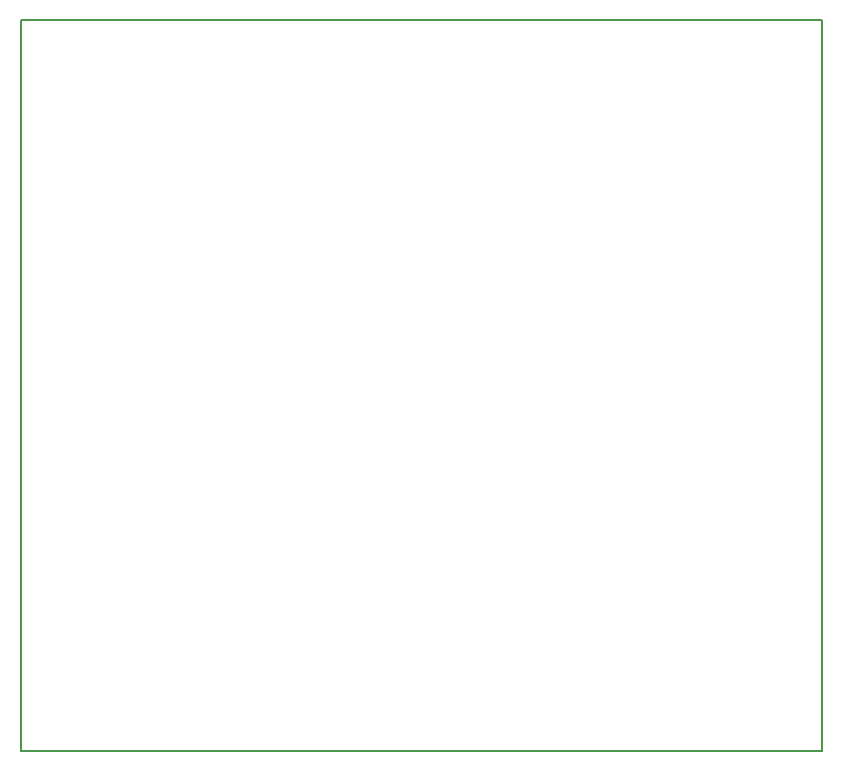
<source format=gbo>
G04 MADE WITH FRITZING*
G04 WWW.FRITZING.ORG*
G04 DOUBLE SIDED*
G04 HOLES PLATED*
G04 CONTOUR ON CENTER OF CONTOUR VECTOR*
%ASAXBY*%
%FSLAX23Y23*%
%MOIN*%
%OFA0B0*%
%SFA1.0B1.0*%
%ADD10R,2.677780X2.447220X2.661780X2.431220*%
%ADD11C,0.008000*%
%LNSILK0*%
G90*
G70*
G54D11*
X4Y2443D02*
X2674Y2443D01*
X2674Y4D01*
X4Y4D01*
X4Y2443D01*
D02*
G04 End of Silk0*
M02*
</source>
